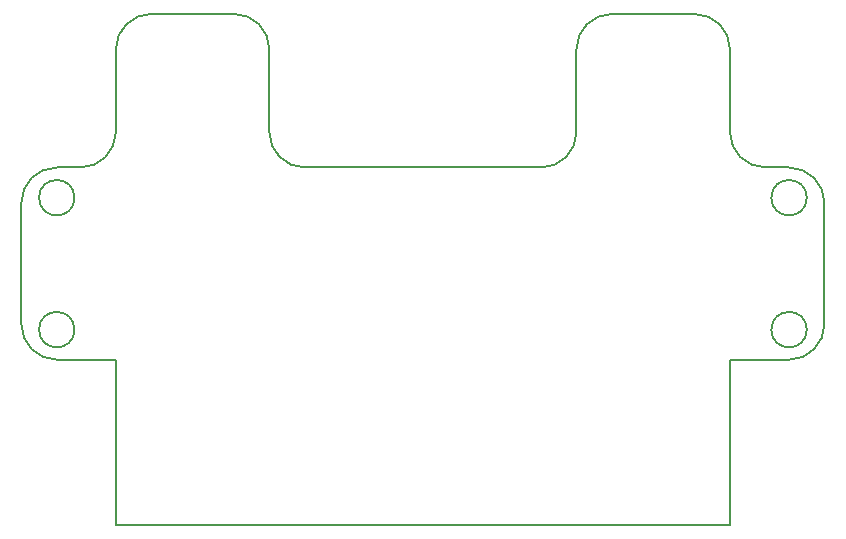
<source format=gbr>
%TF.GenerationSoftware,KiCad,Pcbnew,(5.1.8)-1*%
%TF.CreationDate,2020-12-05T14:41:01+08:00*%
%TF.ProjectId,DoubleCam,446f7562-6c65-4436-916d-2e6b69636164,rev?*%
%TF.SameCoordinates,Original*%
%TF.FileFunction,Profile,NP*%
%FSLAX46Y46*%
G04 Gerber Fmt 4.6, Leading zero omitted, Abs format (unit mm)*
G04 Created by KiCad (PCBNEW (5.1.8)-1) date 2020-12-05 14:41:01*
%MOMM*%
%LPD*%
G01*
G04 APERTURE LIST*
%TA.AperFunction,Profile*%
%ADD10C,0.200000*%
%TD*%
G04 APERTURE END LIST*
D10*
X196059999Y-83290000D02*
X191060000Y-83290000D01*
X139060000Y-83290000D02*
X134060001Y-83290000D01*
X149060000Y-54020000D02*
X142060001Y-54020000D01*
X188060000Y-54020000D02*
X181059999Y-54020000D01*
X178060000Y-64020001D02*
X178060000Y-57020000D01*
X152060000Y-64020001D02*
X152060000Y-57020001D01*
X199059999Y-80290000D02*
X199060000Y-70020000D01*
X131060000Y-80290000D02*
X131060000Y-70020001D01*
X175060000Y-67020000D02*
X155060001Y-67020000D01*
X194059999Y-67020000D02*
G75*
G02*
X191060000Y-64020001I0J2999999D01*
G01*
X188060000Y-54020001D02*
G75*
G02*
X191059999Y-57020000I0J-2999999D01*
G01*
X139060000Y-97289999D02*
X139060000Y-83290000D01*
X191060000Y-97290000D02*
X191060000Y-83290000D01*
X149060000Y-54020001D02*
G75*
G02*
X152060000Y-57020001I0J-3000000D01*
G01*
X135560001Y-80750000D02*
G75*
G03*
X135560001Y-80750000I-1500000J0D01*
G01*
X178060000Y-64020001D02*
G75*
G02*
X175060000Y-67020001I-3000000J0D01*
G01*
X139060000Y-64020001D02*
G75*
G02*
X136060001Y-67020000I-2999999J0D01*
G01*
X199059999Y-80290000D02*
G75*
G02*
X196059999Y-83290000I-3000000J0D01*
G01*
X139060000Y-57020001D02*
G75*
G02*
X142060001Y-54020000I3000001J0D01*
G01*
X139060000Y-97289999D02*
X191060000Y-97290000D01*
X131060000Y-70020001D02*
G75*
G02*
X134060001Y-67020000I3000001J0D01*
G01*
X196059999Y-67020000D02*
G75*
G02*
X199060000Y-70020001I0J-3000001D01*
G01*
X197559999Y-69580000D02*
G75*
G03*
X197559999Y-69580000I-1500000J0D01*
G01*
X135560001Y-69580000D02*
G75*
G03*
X135560001Y-69580000I-1500000J0D01*
G01*
X197559999Y-80750000D02*
G75*
G03*
X197559999Y-80750000I-1500000J0D01*
G01*
X194059999Y-67020000D02*
X196059999Y-67020000D01*
X134060001Y-83290001D02*
G75*
G02*
X131060000Y-80290000I0J3000001D01*
G01*
X191060000Y-64020000D02*
X191060000Y-57020000D01*
X139060000Y-64020001D02*
X139060000Y-57020001D01*
X136060001Y-67020000D02*
X134060001Y-67020000D01*
X155059999Y-67020001D02*
G75*
G02*
X152060000Y-64020000I1J3000000D01*
G01*
X178059999Y-57020000D02*
G75*
G02*
X181059999Y-54020000I3000000J0D01*
G01*
M02*

</source>
